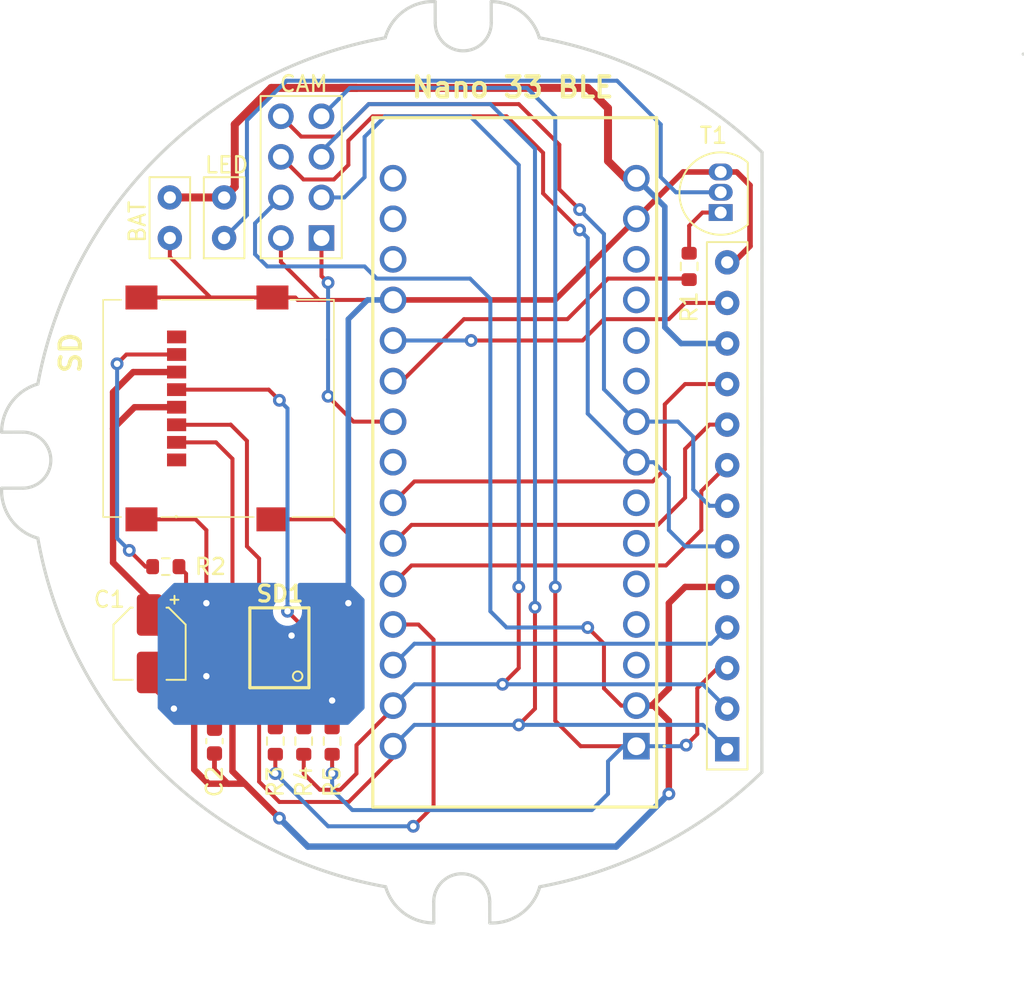
<source format=kicad_pcb>
(kicad_pcb (version 20211014) (generator pcbnew)
  (layers (0 "F.Cu" signal) (31 "B.Cu" signal) (34 "B.Paste" user) (35 "F.Paste" user) (36 "B.SilkS" user "B.Silkscreen") (37 "F.SilkS" user "F.Silkscreen") (38 "B.Mask" user) (39 "F.Mask" user) (44 "Edge.Cuts" user))
  (net 0 "")
  (net 1 "+5V")
  (net 2 "SCL")
  (net 3 "Net-(IC1-Pad2)")
  (net 4 "DI")
  (net 5 "Net-(IC1-Pad5)")
  (net 6 "CLK_SCK")
  (net 7 "CS_CD")
  (net 8 "Net-(IC1-Pad9)")
  (net 9 "MISO")
  (net 10 "Net-(IC1-Pad12)")
  (net 11 "GPS_CS")
  (net 12 "CLK")
  (net 13 "MOSI")
  (net 15 "DO")
  (net 17 "BUZZER")
  (net 18 "SD_CS")
  (net 19 "LoRa_RST")
  (net 20 "LoRa_D0")
  (net 21 "LoRa_NSS")
  (net 32 "Net-(Q2-Pad1)")
  (net 33 "LED_Lights")
  (net 34 "Cam")
  (net 35 "GND")
  (net 36 "SDA")
  (net 37 "+3.3V")
  (net 38 "CAM_CS")
  (footprint "Cansat:Arduino Nano 33 BLE" (layer "F.Cu") (at 93.721 126.05 90)
    (fp_text reference "Nano 33 BLE" (at 41.25 -7.741 180) (layer "F.SilkS") (effects (font (size 1.27 1.27) (thickness 0.254))))
    (fp_text value "Arduino Nano 33 BLE" hide)
    (fp_line (start 0 1.8) (end 0 1.8) (layer "F.SilkS") (width 0.1))
    (fp_line (start 39.35 1.27) (end -3.81 1.27) (layer "F.SilkS") (width 0.2))
    (fp_line (start -3.81 -16.5) (end 39.35 -16.5) (layer "F.SilkS") (width 0.2))
    (fp_line (start -3.81 1.27) (end -3.81 -16.5) (layer "F.SilkS") (width 0.2))
    (fp_line (start 0 1.7) (end 0 1.7) (layer "F.SilkS") (width 0.1))
    (fp_line (start 39.35 -16.5) (end 39.35 1.27) (layer "F.SilkS") (width 0.2))
    (fp_arc (start 0 1.7) (mid 0.05 1.75) (end 0 1.8) (layer "F.SilkS") (width 0.1))
    (fp_arc (start 0 1.8) (mid -0.05 1.75) (end 0 1.7) (layer "F.SilkS") (width 0.1))
    (pad "" np_thru_hole circle locked (at -2.55 0 90) (size 0.001 0.001) (drill 1.85) (layers *.Cu *.Mask))
    (pad "" np_thru_hole circle locked (at -2.55 -15.23 90) (size 0.001 0.001) (drill 1.85) (layers *.Cu *.Mask))
    (pad "" np_thru_hole circle locked (at 38.09 0 90) (size 0.001 0.001) (drill 1.85) (layers *.Cu *.Mask))
    (pad "" np_thru_hole circle locked (at 38.09 -15.235 90) (size 0.001 0.001) (drill 1.85) (layers *.Cu *.Mask))
    (pad "1" thru_hole rect locked (at 0 0 90) (size 1.665 1.665) (drill 1.11) (layers *.Cu *.Mask) (net 12 "CLK"))
    (pad "2" thru_hole circle locked (at 2.54 0 90) (size 1.665 1.665) (drill 1.11) (layers *.Cu *.Mask) (net 37 "+3.3V"))
    (pad "3" thru_hole circle locked (at 5.08 0 90) (size 1.665 1.665) (drill 1.11) (layers *.Cu *.Mask))
    (pad "4" thru_hole circle locked (at 7.62 0 90) (size 1.665 1.665) (drill 1.11) (layers *.Cu *.Mask))
    (pad "5" thru_hole circle locked (at 10.16 0 90) (size 1.665 1.665) (drill 1.11) (layers *.Cu *.Mask))
    (pad "6" thru_hole circle locked (at 12.7 0 90) (size 1.665 1.665) (drill 1.11) (layers *.Cu *.Mask))
    (pad "7" thru_hole circle locked (at 15.24 0 90) (size 1.665 1.665) (drill 1.11) (layers *.Cu *.Mask))
    (pad "8" thru_hole circle locked (at 17.78 0 90) (size 1.665 1.665) (drill 1.11) (layers *.Cu *.Mask) (net 36 "SDA"))
    (pad "9" thru_hole circle locked (at 20.32 0 90) (size 1.665 1.665) (drill 1.11) (layers *.Cu *.Mask) (net 2 "SCL"))
    (pad "10" thru_hole circle locked (at 22.86 0 90) (size 1.665 1.665) (drill 1.11) (layers *.Cu *.Mask))
    (pad "11" thru_hole circle locked (at 25.4 0 90) (size 1.665 1.665) (drill 1.11) (layers *.Cu *.Mask))
    (pad "12" thru_hole circle locked (at 27.94 0 90) (size 1.665 1.665) (drill 1.11) (layers *.Cu *.Mask))
    (pad "13" thru_hole circle locked (at 30.48 0 90) (size 1.665 1.665) (drill 1.11) (layers *.Cu *.Mask))
    (pad "14" thru_hole circle locked (at 33.02 0 90) (size 1.665 1.665) (drill 1.11) (layers *.Cu *.Mask) (net 35 "GND"))
    (pad "15" thru_hole circle locked (at 35.56 0 90) (size 1.665 1.665) (drill 1.11) (layers *.Cu *.Mask) (net 1 "+5V"))
    (pad "16" thru_hole circle locked (at 35.56 -15.23 90) (size 1.665 1.665) (drill 1.11) (layers *.Cu *.Mask))
    (pad "17" thru_hole circle locked (at 33.02 -15.23 90) (size 1.665 1.665) (drill 1.11) (layers *.Cu *.Mask))
    (pad "18" thru_hole circle locked (at 30.48 -15.23 90) (size 1.665 1.665) (drill 1.11) (layers *.Cu *.Mask))
    (pad "19" thru_hole circle locked (at 27.94 -15.23 90) (size 1.665 1.665) (drill 1.11) (layers *.Cu *.Mask) (net 35 "GND"))
    (pad "20" thru_hole circle locked (at 25.4 -15.23 90) (size 1.665 1.665) (drill 1.11) (layers *.Cu *.Mask) (net 17 "BUZZER"))
    (pad "21" thru_hole circle locked (at 22.86 -15.23 90) (size 1.665 1.665) (drill 1.11) (layers *.Cu *.Mask) (net 33 "LED_Lights"))
    (pad "22" thru_hole circle locked (at 20.32 -15.23 90) (size 1.665 1.665) (drill 1.11) (layers *.Cu *.Mask) (net 38 "CAM_CS"))
    (pad "23" thru_hole circle locked (at 17.78 -15.23 90) (size 1.665 1.665) (drill 1.11) (layers *.Cu *.Mask))
    (pad "24" thru_hole circle locked (at 15.24 -15.23 90) (size 1.665 1.665) (drill 1.11) (layers *.Cu *.Mask) (net 20 "LoRa_D0"))
    (pad "25" thru_hole circle locked (at 12.7 -15.23 90) (size 1.665 1.665) (drill 1.11) (layers *.Cu *.Mask) (net 19 "LoRa_RST"))
    (pad "26" thru_hole circle locked (at 10.16 -15.23 90) (size 1.665 1.665) (drill 1.11) (layers *.Cu *.Mask) (net 21 "LoRa_NSS"))
    (pad "27" thru_hole circle locked (at 7.62 -15.23 90) (size 1.665 1.665) (drill 1.11) (layers *.Cu *.Mask) (net 18 "SD_CS"))
    (pad "28" thru_hole circle locked (at 5.08 -15.23 90) (size 1.665 1.665) (drill 1.11) (layers *.Cu *.Mask) (net 11 "GPS_CS"))
    (pad "29" thru_hole circle locked (at 2.54 -15.23 90) (size 1.665 1.665) (drill 1.11) (layers *.Cu *.Mask) (net 13 "MOSI"))
    (pad "30" thru_hole circle locked (at 0 -15.23 90) (size 1.665 1.665) (drill 1.11) (layers *.Cu *.Mask) (net 9 "MISO"))
  )
  (footprint "Cansat:Battery_Connector" (layer "F.Cu") (at 66.643 92.964 90)
    (fp_text reference "LED" (at 3.302 1.429 unlocked) (layer "F.SilkS"))
    (fp_text value "LED Lights")
    (fp_rect (start -2.54 0) (end 2.54 2.54) (layer "F.SilkS") (width 0.12) (fill none))
    (pad "1" thru_hole circle (at -1.27 1.27 90) (size 1.524 1.524) (drill 0.762) (layers *.Cu *.Mask) (net 34 "Cam"))
    (pad "2" thru_hole circle (at 1.27 1.27 90) (size 1.524 1.524) (drill 0.762) (layers *.Cu *.Mask) (net 1 "+5V"))
  )
  (footprint "Cansat:Battery_Connector" (layer "F.Cu") (at 65.786 92.964 -90)
    (fp_text reference "BAT" (at 0.254 3.302 90 unlocked) (layer "F.SilkS"))
    (fp_text value "TP4056")
    (fp_rect (start -2.54 0) (end 2.54 2.54) (layer "F.SilkS") (width 0.12) (fill none))
    (pad "1" thru_hole circle (at -1.27 1.27 270) (size 1.524 1.524) (drill 0.762) (layers *.Cu *.Mask) (net 1 "+5V"))
    (pad "2" thru_hole circle (at 1.27 1.27 270) (size 1.524 1.524) (drill 0.762) (layers *.Cu *.Mask) (net 35 "GND"))
  )
  (footprint "Cansat:OV5642" (layer "F.Cu") (at 70.199 90.424 90)
    (fp_text reference "CAM" (at 5.842 2.699 unlocked) (layer "F.SilkS"))
    (fp_text value "OV5642")
    (fp_rect (start -5.08 0) (end 5.08 5.08) (layer "F.SilkS") (width 0.12) (fill none))
    (pad "1" thru_hole rect (at -3.81 3.81 180) (size 1.6 1.6) (drill 1) (layers *.Mask "F.Cu" "In1.Cu" "B.Cu") (net 38 "CAM_CS"))
    (pad "2" thru_hole oval (at -1.27 3.81 180) (size 1.6 1.6) (drill 1) (layers *.Mask "F.Cu" "In1.Cu" "B.Cu") (net 13 "MOSI"))
    (pad "3" thru_hole oval (at 1.27 3.81 180) (size 1.6 1.6) (drill 1) (layers *.Mask "F.Cu" "In1.Cu" "B.Cu") (net 9 "MISO"))
    (pad "4" thru_hole oval (at 3.81 3.81 180) (size 1.6 1.6) (drill 1) (layers *.Mask "F.Cu" "In1.Cu" "B.Cu") (net 12 "CLK"))
    (pad "5" thru_hole oval (at -3.81 1.27 180) (size 1.6 1.6) (drill 1) (layers *.Mask "F.Cu" "In1.Cu" "B.Cu") (net 35 "GND"))
    (pad "6" thru_hole oval (at -1.27 1.27 180) (size 1.6 1.6) (drill 1) (layers *.Mask "F.Cu" "In1.Cu" "B.Cu") (net 37 "+3.3V"))
    (pad "7" thru_hole oval (at 1.27 1.27 180) (size 1.6 1.6) (drill 1) (layers *.Mask "F.Cu" "In1.Cu" "B.Cu") (net 36 "SDA"))
    (pad "8" thru_hole oval (at 3.81 1.27 180) (size 1.6 1.6) (drill 1) (layers *.Mask "F.Cu" "In1.Cu" "B.Cu") (net 2 "SCL"))
  )
  (footprint "Resistor_SMD:R_0603_1608Metric" (layer "F.Cu") (at 97.028 96.012 -90)
    (fp_text reference "R1" (at 2.54 0 -270) (layer "F.SilkS"))
    (fp_text value "6.8kΩ")
    (fp_line (start -0.237258 -0.5225) (end 0.237258 -0.5225) (layer "F.SilkS") (width 0.12))
    (fp_line (start -0.237258 0.5225) (end 0.237258 0.5225) (layer "F.SilkS") (width 0.12))
    (pad "1" smd roundrect (at -0.825 0 270) (size 0.8 0.95) (layers "F.Cu" "F.Paste" "F.Mask") (net 32 "Net-(Q2-Pad1)"))
    (pad "2" smd roundrect (at 0.825 0 270) (size 0.8 0.95) (layers "F.Cu" "F.Paste" "F.Mask") (net 33 "LED_Lights"))
  )
  (footprint "Package_TO_SOT_THT:TO-92L_Inline" (layer "F.Cu") (at 99.002 92.64 90)
    (fp_text reference "T1" (at 4.826 -0.45) (layer "F.SilkS"))
    (fp_text value "TEMP (60-70)")
    (fp_line (start -0.75 1.7) (end 3.1 1.7) (layer "F.SilkS") (width 0.12))
    (fp_arc (start -0.75 1.7) (mid 1.183448 -2.579449) (end 3.138611 1.690122) (layer "F.SilkS") (width 0.12))
    (pad "1" thru_hole rect (at 0 0 90) (size 1.05 1.5) (drill 0.75) (layers *.Cu *.Mask) (net 32 "Net-(Q2-Pad1)"))
    (pad "2" thru_hole oval (at 1.27 0 90) (size 1.05 1.5) (drill 0.75) (layers *.Cu *.Mask) (net 34 "Cam"))
    (pad "3" thru_hole oval (at 2.54 0 90) (size 1.05 1.5) (drill 0.75) (layers *.Cu *.Mask) (net 35 "GND"))
  )
  (footprint "Resistor_SMD:R_0603_1608Metric" (layer "F.Cu") (at 74.676 125.73 -90)
    (fp_text reference "R5" (at 2.54 0 90) (layer "F.SilkS"))
    (fp_text value "3.3kΩ")
    (fp_line (start -0.237258 0.5225) (end 0.237258 0.5225) (layer "F.SilkS") (width 0.12))
    (fp_line (start -0.237258 -0.5225) (end 0.237258 -0.5225) (layer "F.SilkS") (width 0.12))
    (pad "1" smd roundrect (at -0.825 0 270) (size 0.8 0.95) (layers "F.Cu" "F.Paste" "F.Mask") (net 5 "Net-(IC1-Pad5)"))
    (pad "2" smd roundrect (at 0.825 0 270) (size 0.8 0.95) (layers "F.Cu" "F.Paste" "F.Mask") (net 12 "CLK"))
  )
  (footprint "Resistor_SMD:R_0603_1608Metric" (layer "F.Cu") (at 71.12 125.73 90)
    (fp_text reference "R3" (at -2.54 0 90) (layer "F.SilkS"))
    (fp_text value "3.3kΩ")
    (fp_line (start -0.237258 0.5225) (end 0.237258 0.5225) (layer "F.SilkS") (width 0.12))
    (fp_line (start -0.237258 -0.5225) (end 0.237258 -0.5225) (layer "F.SilkS") (width 0.12))
    (pad "1" smd roundrect (at -0.825 0 90) (size 0.8 0.95) (layers "F.Cu" "F.Paste" "F.Mask") (net 18 "SD_CS"))
    (pad "2" smd roundrect (at 0.825 0 90) (size 0.8 0.95) (layers "F.Cu" "F.Paste" "F.Mask") (net 8 "Net-(IC1-Pad9)"))
  )
  (footprint "Resistor_SMD:R_0603_1608Metric" (layer "F.Cu") (at 72.898 125.73 -90)
    (fp_text reference "R4" (at 2.54 0 90) (layer "F.SilkS"))
    (fp_text value "3.3kΩ")
    (fp_line (start -0.237258 -0.5225) (end 0.237258 -0.5225) (layer "F.SilkS") (width 0.12))
    (fp_line (start -0.237258 0.5225) (end 0.237258 0.5225) (layer "F.SilkS") (width 0.12))
    (pad "1" smd roundrect (at -0.825 0 270) (size 0.8 0.95) (layers "F.Cu" "F.Paste" "F.Mask") (net 3 "Net-(IC1-Pad2)"))
    (pad "2" smd roundrect (at 0.825 0 270) (size 0.8 0.95) (layers "F.Cu" "F.Paste" "F.Mask") (net 13 "MOSI"))
  )
  (footprint "Cansat:74LVC125APW" (layer "F.Cu") (at 71.374 119.888 180)
    (fp_text reference "SD1" (at -0.036 3.378) (layer "F.SilkS") (effects (font (thickness 0.2))))
    (fp_text value "74LVC125APW" hide)
    (fp_line (start -1.85 -2.5) (end 1.85 -2.5) (layer "F.SilkS") (width 0.2))
    (fp_line (start 1.85 2.5) (end -1.85 2.5) (layer "F.SilkS") (width 0.2))
    (fp_line (start -1.85 2.5) (end -1.85 -2.5) (layer "F.SilkS") (width 0.2))
    (fp_line (start 1.85 -2.5) (end 1.85 2.5) (layer "F.SilkS") (width 0.2))
    (fp_circle (center -1.143 -1.778) (end -0.843 -1.778) (layer "F.SilkS") (width 0.12) (fill none))
    (pad "1" smd rect (at -2.938 -1.95 270) (size 0.45 1.475) (layers "F.Cu" "F.Paste" "F.Mask") (net 35 "GND"))
    (pad "2" smd rect (at -2.938 -1.3 270) (size 0.45 1.475) (layers "F.Cu" "F.Paste" "F.Mask") (net 3 "Net-(IC1-Pad2)"))
    (pad "3" smd rect (at -2.938 -0.65 270) (size 0.45 1.475) (layers "F.Cu" "F.Paste" "F.Mask") (net 4 "DI"))
    (pad "4" smd rect (at -2.938 0 270) (size 0.45 1.475) (layers "F.Cu" "F.Paste" "F.Mask") (net 35 "GND"))
    (pad "5" smd rect (at -2.938 0.65 270) (size 0.45 1.475) (layers "F.Cu" "F.Paste" "F.Mask") (net 5 "Net-(IC1-Pad5)"))
    (pad "6" smd rect (at -2.938 1.3 270) (size 0.45 1.475) (layers "F.Cu" "F.Paste" "F.Mask") (net 6 "CLK_SCK"))
    (pad "7" smd rect (at -2.938 1.95 270) (size 0.45 1.475) (layers "F.Cu" "F.Paste" "F.Mask") (net 35 "GND"))
    (pad "8" smd rect (at 2.938 1.95 270) (size 0.45 1.475) (layers "F.Cu" "F.Paste" "F.Mask") (net 7 "CS_CD"))
    (pad "9" smd rect (at 2.938 1.3 270) (size 0.45 1.475) (layers "F.Cu" "F.Paste" "F.Mask") (net 8 "Net-(IC1-Pad9)"))
    (pad "10" smd rect (at 2.938 0.65 270) (size 0.45 1.475) (layers "F.Cu" "F.Paste" "F.Mask") (net 35 "GND"))
    (pad "11" smd rect (at 2.938 0 270) (size 0.45 1.475) (layers "F.Cu" "F.Paste" "F.Mask") (net 9 "MISO"))
    (pad "12" smd rect (at 2.938 -0.65 270) (size 0.45 1.475) (layers "F.Cu" "F.Paste" "F.Mask") (net 10 "Net-(IC1-Pad12)"))
    (pad "13" smd rect (at 2.938 -1.3 270) (size 0.45 1.475) (layers "F.Cu" "F.Paste" "F.Mask") (net 35 "GND"))
    (pad "14" smd rect (at 2.938 -1.95 270) (size 0.45 1.475) (layers "F.Cu" "F.Paste" "F.Mask") (net 37 "+3.3V"))
  )
  (footprint "Resistor_SMD:R_0603_1608Metric" (layer "F.Cu") (at 64.262 114.808)
    (fp_text reference "R2" (at 2.794 0) (layer "F.SilkS"))
    (fp_text value "3.3kΩ")
    (fp_line (start -0.237258 0.5225) (end 0.237258 0.5225) (layer "F.SilkS") (width 0.12))
    (fp_line (start -0.237258 -0.5225) (end 0.237258 -0.5225) (layer "F.SilkS") (width 0.12))
    (pad "1" smd roundrect (at -0.825 0) (size 0.8 0.95) (layers "F.Cu" "F.Paste" "F.Mask") (net 15 "DO"))
    (pad "2" smd roundrect (at 0.825 0) (size 0.8 0.95) (layers "F.Cu" "F.Paste" "F.Mask") (net 10 "Net-(IC1-Pad12)"))
  )
  (footprint "Capacitor_SMD:C_0603_1608Metric" (layer "F.Cu") (at 67.31 125.73 90)
    (fp_text reference "C2" (at -2.54 0 90) (layer "F.SilkS"))
    (fp_text value "0.1μF")
    (fp_line (start -0.14058 -0.51) (end 0.14058 -0.51) (layer "F.SilkS") (width 0.12))
    (fp_line (start -0.14058 0.51) (end 0.14058 0.51) (layer "F.SilkS") (width 0.12))
    (pad "1" smd roundrect (at -0.775 0 90) (size 0.9 0.95) (layers "F.Cu" "F.Paste" "F.Mask") (net 37 "+3.3V"))
    (pad "2" smd roundrect (at 0.775 0 90) (size 0.9 0.95) (layers "F.Cu" "F.Paste" "F.Mask") (net 35 "GND"))
  )
  (footprint "Cansat:MEM2067-02-180-00-A" (layer "F.Cu") (at 62.739 104.902 -90)
    (fp_text reference "SD" (at -3.482 4.429 90) (layer "F.SilkS") (effects (font (size 1.27 1.27) (thickness 0.254))))
    (fp_text value "MEM2067-02-180-00-A" hide)
    (fp_line (start -6.8 -9.325) (end -6.8 -12.05) (layer "F.SilkS") (width 0.1))
    (fp_line (start -6.8 2.4) (end 6.8 2.4) (layer "F.SilkS") (width 0.1))
    (fp_line (start 6.8 2.4) (end 6.8 1.275) (layer "F.SilkS") (width 0.1))
    (fp_line (start 6.775 -2.125) (end 6.775 -2.125) (layer "F.SilkS") (width 0.1))
    (fp_line (start -6.8 1.275) (end -6.8 2.4) (layer "F.SilkS") (width 0.1))
    (fp_line (start 6.775 -2.225) (end 6.775 -2.225) (layer "F.SilkS") (width 0.1))
    (fp_line (start -6.8 -12.05) (end 6.8 -12.05) (layer "F.SilkS") (width 0.1))
    (fp_line (start -6.8 -7.025) (end -6.8 -1.225) (layer "F.SilkS") (width 0.1))
    (fp_line (start 6.8 -7.025) (end 6.8 -1.225) (layer "F.SilkS") (width 0.1))
    (fp_line (start 6.8 -12.05) (end 6.8 -9.425) (layer "F.SilkS") (width 0.1))
    (fp_arc (start 6.775 -2.125) (mid 6.725 -2.175) (end 6.775 -2.225) (layer "F.SilkS") (width 0.1))
    (fp_arc (start 6.775 -2.225) (mid 6.825 -2.175) (end 6.775 -2.125) (layer "F.SilkS") (width 0.1))
    (pad "MP1" smd rect (at -6.945 0 270) (size 1.5 2) (layers "F.Cu" "F.Paste" "F.Mask") (net 35 "GND"))
    (pad "MP2" smd rect (at 6.945 0 270) (size 1.5 2) (layers "F.Cu" "F.Paste" "F.Mask") (net 35 "GND"))
    (pad "MP3" smd rect (at 6.945 -8.2 270) (size 1.5 2) (layers "F.Cu" "F.Paste" "F.Mask") (net 35 "GND"))
    (pad "MP4" smd rect (at -6.945 -8.2 270) (size 1.5 2) (layers "F.Cu" "F.Paste" "F.Mask") (net 35 "GND"))
    (pad "P1" smd rect (at 3.225 -2.2 270) (size 0.8 1.2) (layers "F.Cu" "F.Paste" "F.Mask"))
    (pad "P2" smd rect (at 2.125 -2.2 270) (size 0.8 1.2) (layers "F.Cu" "F.Paste" "F.Mask") (net 7 "CS_CD"))
    (pad "P3" smd rect (at 1.025 -2.2 270) (size 0.8 1.2) (layers "F.Cu" "F.Paste" "F.Mask") (net 4 "DI"))
    (pad "P4" smd rect (at -0.075 -2.2 270) (size 0.8 1.2) (layers "F.Cu" "F.Paste" "F.Mask") (net 37 "+3.3V"))
    (pad "P5" smd rect (at -1.175 -2.2 270) (size 0.8 1.2) (layers "F.Cu" "F.Paste" "F.Mask") (net 6 "CLK_SCK"))
    (pad "P6" smd rect (at -2.275 -2.2 270) (size 0.8 1.2) (layers "F.Cu" "F.Paste" "F.Mask") (net 37 "+3.3V"))
    (pad "P7" smd rect (at -3.375 -2.2 270) (size 0.8 1.2) (layers "F.Cu" "F.Paste" "F.Mask") (net 15 "DO"))
    (pad "P8" smd rect (at -4.475 -2.2 270) (size 0.8 1.2) (layers "F.Cu" "F.Paste" "F.Mask"))
  )
  (footprint "Cansat:Board_Connector" (layer "F.Cu") (at 98.139 124.968 90)
    (fp_text reference "REF**" hide)
    (fp_text value "Board_Connector")
    (fp_rect (start -2.54 0) (end 30.48 2.54) (layer "F.SilkS") (width 0.12) (fill none))
    (pad "1" thru_hole rect (at -1.27 1.27 90) (size 1.524 1.524) (drill 0.762) (layers *.Cu *.Mask) (net 9 "MISO"))
    (pad "2" thru_hole circle (at 1.27 1.27 90) (size 1.524 1.524) (drill 0.762) (layers *.Cu *.Mask) (net 13 "MOSI"))
    (pad "3" thru_hole circle (at 3.81 1.27 90) (size 1.524 1.524) (drill 0.762) (layers *.Cu *.Mask) (net 12 "CLK"))
    (pad "4" thru_hole circle (at 6.35 1.27 90) (size 1.524 1.524) (drill 0.762) (layers *.Cu *.Mask) (net 11 "GPS_CS"))
    (pad "5" thru_hole circle (at 8.89 1.27 90) (size 1.524 1.524) (drill 0.762) (layers *.Cu *.Mask) (net 37 "+3.3V"))
    (pad "6" thru_hole circle (at 11.43 1.27 90) (size 1.524 1.524) (drill 0.762) (layers *.Cu *.Mask) (net 36 "SDA"))
    (pad "7" thru_hole circle (at 13.97 1.27 90) (size 1.524 1.524) (drill 0.762) (layers *.Cu *.Mask) (net 2 "SCL"))
    (pad "8" thru_hole circle (at 16.51 1.27 90) (size 1.524 1.524) (drill 0.762) (layers *.Cu *.Mask) (net 21 "LoRa_NSS"))
    (pad "9" thru_hole circle (at 19.05 1.27 90) (size 1.524 1.524) (drill 0.762) (layers *.Cu *.Mask) (net 19 "LoRa_RST"))
    (pad "10" thru_hole circle (at 21.59 1.27 90) (size 1.524 1.524) (drill 0.762) (layers *.Cu *.Mask) (net 20 "LoRa_D0"))
    (pad "11" thru_hole circle (at 24.13 1.27 90) (size 1.524 1.524) (drill 0.762) (layers *.Cu *.Mask) (net 1 "+5V"))
    (pad "12" thru_hole circle (at 26.67 1.27 90) (size 1.524 1.524) (drill 0.762) (layers *.Cu *.Mask) (net 17 "BUZZER"))
    (pad "13" thru_hole circle (at 29.21 1.27 90) (size 1.524 1.524) (drill 0.762) (layers *.Cu *.Mask) (net 35 "GND"))
  )
  (footprint "Capacitor_SMD:CP_Elec_4x4.5" (layer "F.Cu") (at 63.246 119.634 -90)
    (fp_text reference "C1" (at -2.774 2.516 180) (layer "F.SilkS"))
    (fp_text value "4.7μF")
    (fp_line (start -1.195563 -2.26) (end 2.26 -2.26) (layer "F.SilkS") (width 0.12))
    (fp_line (start -2.26 -1.195563) (end -2.26 -1.06) (layer "F.SilkS") (width 0.12))
    (fp_line (start -3 -1.56) (end -2.5 -1.56) (layer "F.SilkS") (width 0.12))
    (fp_line (start -2.75 -1.81) (end -2.75 -1.31) (layer "F.SilkS") (width 0.12))
    (fp_line (start 2.26 -2.26) (end 2.26 -1.06) (layer "F.SilkS") (width 0.12))
    (fp_line (start 2.26 2.26) (end 2.26 1.06) (layer "F.SilkS") (width 0.12))
    (fp_line (start -2.26 -1.195563) (end -1.195563 -2.26) (layer "F.SilkS") (width 0.12))
    (fp_line (start -2.26 1.195563) (end -1.195563 2.26) (layer "F.SilkS") (width 0.12))
    (fp_line (start -1.195563 2.26) (end 2.26 2.26) (layer "F.SilkS") (width 0.12))
    (fp_line (start -2.26 1.195563) (end -2.26 1.06) (layer "F.SilkS") (width 0.12))
    (pad "1" smd roundrect (at -1.8 0 270) (size 2.6 1.6) (layers "F.Cu" "F.Paste" "F.Mask") (roundrect_rratio 0.15625) (net 37 "+3.3V"))
    (pad "2" smd roundrect (at 1.8 0 270) (size 2.6 1.6) (layers "F.Cu" "F.Paste" "F.Mask") (roundrect_rratio 0.15625) (net 35 "GND"))
  )
  (gr_arc (start 77.999996 81.699992) (mid 79.167368 80.020468) (end 81.127353 79.435642) (layer "Edge.Cuts") (width 0.2))
  (gr_line (start 84.638803 80.759991) (end 84.634983 79.435642) (layer "Edge.Cuts") (width 0.2))
  (gr_line (start 81.036189 135.789993) (end 81.040009 137.114342) (layer "Edge.Cuts") (width 0.2))
  (gr_arc (start 117.942189 82.719993) (mid 117.942189 82.719993) (end 117.942189 82.719993) (layer "Edge.Cuts") (width 0.1))
  (gr_arc (start 87.649996 81.699993) (mid 95.152268 84.250008) (end 101.592161 88.866764) (layer "Edge.Cuts") (width 0.2))
  (gr_arc (start 87.674996 134.849992) (mid 86.507624 136.529516) (end 84.547639 137.114342) (layer "Edge.Cuts") (width 0.2))
  (gr_arc (start 53.985646 106.390005) (mid 54.613749 104.503927) (end 56.249997 103.374992) (layer "Edge.Cuts") (width 0.2))
  (gr_arc (start 55.309995 106.386185) (mid 57.063815 108.14) (end 55.309995 109.893815) (layer "Edge.Cuts") (width 0.2))
  (gr_arc (start 78.024996 134.849991) (mid 63.709605 127.357529) (end 56.249996 113.024992) (layer "Edge.Cuts") (width 0.2))
  (gr_line (start 55.309995 109.893815) (end 53.985646 109.897635) (layer "Edge.Cuts") (width 0.2))
  (gr_arc (start 84.634983 79.435642) (mid 86.521061 80.063745) (end 87.649996 81.699993) (layer "Edge.Cuts") (width 0.2))
  (gr_arc (start 56.249996 113.024992) (mid 54.57047 111.85762) (end 53.985646 109.897635) (layer "Edge.Cuts") (width 0.2))
  (gr_line (start 55.309995 106.386185) (end 53.985646 106.390005) (layer "Edge.Cuts") (width 0.2))
  (gr_arc (start 81.040009 137.114342) (mid 79.153931 136.486239) (end 78.024996 134.849991) (layer "Edge.Cuts") (width 0.2))
  (gr_arc (start 84.638803 80.759991) (mid 82.884988 82.513811) (end 81.131173 80.759991) (layer "Edge.Cuts") (width 0.2))
  (gr_arc (start 81.036189 135.789993) (mid 82.790004 134.036173) (end 84.543819 135.789993) (layer "Edge.Cuts") (width 0.2))
  (gr_line (start 101.592161 88.866764) (end 101.579996 127.679992) (layer "Edge.Cuts") (width 0.2))
  (gr_line (start 81.131173 80.759991) (end 81.127353 79.435642) (layer "Edge.Cuts") (width 0.2))
  (gr_line (start 84.543819 135.789993) (end 84.547639 137.114342) (layer "Edge.Cuts") (width 0.2))
  (gr_arc (start 101.579996 127.679992) (mid 95.156635 132.291168) (end 87.674996 134.849992) (layer "Edge.Cuts") (width 0.2))
  (gr_arc (start 56.249996 103.374992) (mid 63.746193 89.146998) (end 77.999996 81.699992) (layer "Edge.Cuts") (width 0.2))
  (segment (start 91.948 86.106) (end 91.948 89.408) (width 0.5) (layer "F.Cu") (net 1))
  (segment (start 90.678 84.836) (end 91.948 86.106) (width 0.5) (layer "F.Cu") (net 1))
  (segment (start 76.2 84.836) (end 90.678 84.836) (width 0.5) (layer "F.Cu") (net 1))
  (segment (start 64.516 91.694) (end 67.913 91.694) (width 0.5) (layer "F.Cu") (net 1))
  (segment (start 91.948 89.408) (end 93.03 90.49) (width 0.5) (layer "F.Cu") (net 1))
  (segment (start 70.866 84.836) (end 76.2 84.836) (width 0.5) (layer "F.Cu") (net 1))
  (segment (start 68.58 91.027) (end 68.58 87.122) (width 0.5) (layer "F.Cu") (net 1))
  (segment (start 68.58 87.122) (end 70.866 84.836) (width 0.5) (layer "F.Cu") (net 1))
  (segment (start 93.03 90.49) (end 93.721 90.49) (width 0.5) (layer "F.Cu") (net 1))
  (segment (start 67.913 91.694) (end 68.58 91.027) (width 0.5) (layer "F.Cu") (net 1))
  (segment (start 75.184 84.836) (end 76.2 84.836) (width 0.5) (layer "F.Cu") (net 1))
  (segment (start 95.504 99.822) (end 95.504 92.273) (width 0.35) (layer "B.Cu") (net 1))
  (segment (start 95.504 92.273) (end 93.721 90.49) (width 0.35) (layer "B.Cu") (net 1))
  (segment (start 99.409 100.838) (end 96.52 100.838) (width 0.35) (layer "B.Cu") (net 1))
  (segment (start 96.52 100.838) (end 95.504 99.822) (width 0.35) (layer "B.Cu") (net 1))
  (segment (start 74.93 87.884) (end 72.739 87.884) (width 0.25) (layer "F.Cu") (net 2))
  (segment (start 88.9 91.186) (end 88.9 88.392) (width 0.25) (layer "F.Cu") (net 2))
  (segment (start 76.962 85.852) (end 74.93 87.884) (width 0.25) (layer "F.Cu") (net 2))
  (segment (start 90.17 92.456) (end 88.9 91.186) (width 0.25) (layer "F.Cu") (net 2))
  (segment (start 88.9 88.392) (end 86.36 85.852) (width 0.25) (layer "F.Cu") (net 2))
  (segment (start 72.739 87.884) (end 71.469 86.614) (width 0.25) (layer "F.Cu") (net 2))
  (segment (start 86.36 85.852) (end 76.962 85.852) (width 0.25) (layer "F.Cu") (net 2))
  (via (at 90.17 92.456) (size 0.8) (drill 0.4) (layers "F.Cu" "B.Cu") (net 2))
  (segment (start 98.298 110.998) (end 97.282 109.982) (width 0.25) (layer "B.Cu") (net 2))
  (segment (start 93.721 106.431) (end 93.721 105.73) (width 0.25) (layer "B.Cu") (net 2))
  (segment (start 90.17 92.456) (end 91.694 93.98) (width 0.25) (layer "B.Cu") (net 2))
  (segment (start 99.409 110.998) (end 98.298 110.998) (width 0.25) (layer "B.Cu") (net 2))
  (segment (start 97.282 109.982) (end 97.282 106.68) (width 0.25) (layer "B.Cu") (net 2))
  (segment (start 97.282 106.68) (end 96.332 105.73) (width 0.25) (layer "B.Cu") (net 2))
  (segment (start 91.694 103.703) (end 93.721 105.73) (width 0.25) (layer "B.Cu") (net 2))
  (segment (start 96.332 105.73) (end 93.721 105.73) (width 0.25) (layer "B.Cu") (net 2))
  (segment (start 91.694 93.98) (end 91.694 103.703) (width 0.25) (layer "B.Cu") (net 2))
  (segment (start 72.898 121.6395) (end 72.898 124.905) (width 0.25) (layer "F.Cu") (net 3))
  (segment (start 74.312 121.188) (end 73.3495 121.188) (width 0.25) (layer "F.Cu") (net 3))
  (segment (start 73.3495 121.188) (end 72.898 121.6395) (width 0.25) (layer "F.Cu") (net 3))
  (segment (start 69.342 113.538) (end 69.342 106.934) (width 0.25) (layer "F.Cu") (net 4))
  (segment (start 70.104 114.3) (end 69.342 113.538) (width 0.25) (layer "F.Cu") (net 4))
  (segment (start 70.104 118.491) (end 70.104 114.3) (width 0.25) (layer "F.Cu") (net 4))
  (segment (start 68.326 105.918) (end 68.317 105.927) (width 0.25) (layer "F.Cu") (net 4))
  (segment (start 72.151 120.538) (end 70.104 118.491) (width 0.25) (layer "F.Cu") (net 4))
  (segment (start 69.342 106.934) (end 68.326 105.918) (width 0.25) (layer "F.Cu") (net 4))
  (segment (start 68.317 105.927) (end 64.939 105.927) (width 0.25) (layer "F.Cu") (net 4))
  (segment (start 74.312 120.538) (end 72.151 120.538) (width 0.25) (layer "F.Cu") (net 4))
  (segment (start 74.312 119.238) (end 75.296 119.238) (width 0.25) (layer "F.Cu") (net 5))
  (segment (start 75.692 119.634) (end 75.692 123.698) (width 0.25) (layer "F.Cu") (net 5))
  (segment (start 74.676 124.714) (end 74.676 124.905) (width 0.25) (layer "F.Cu") (net 5))
  (segment (start 75.692 123.698) (end 74.676 124.714) (width 0.25) (layer "F.Cu") (net 5))
  (segment (start 75.296 119.238) (end 75.692 119.634) (width 0.25) (layer "F.Cu") (net 5))
  (segment (start 71.882 117.602) (end 72.868 118.588) (width 0.25) (layer "F.Cu") (net 6))
  (segment (start 70.707 103.727) (end 64.939 103.727) (width 0.25) (layer "F.Cu") (net 6))
  (segment (start 71.374 104.394) (end 70.707 103.727) (width 0.25) (layer "F.Cu") (net 6))
  (segment (start 72.868 118.588) (end 74.312 118.588) (width 0.25) (layer "F.Cu") (net 6))
  (via (at 71.882 117.602) (size 0.8) (drill 0.4) (layers "F.Cu" "B.Cu") (net 6))
  (via (at 71.374 104.394) (size 0.8) (drill 0.4) (layers "F.Cu" "B.Cu") (net 6))
  (segment (start 71.882 104.902) (end 71.882 117.602) (width 0.25) (layer "B.Cu") (net 6))
  (segment (start 71.374 104.394) (end 71.882 104.902) (width 0.25) (layer "B.Cu") (net 6))
  (segment (start 68.436 108.06) (end 67.403 107.027) (width 0.25) (layer "F.Cu") (net 7))
  (segment (start 68.436 117.938) (end 68.436 108.06) (width 0.25) (layer "F.Cu") (net 7))
  (segment (start 67.403 107.027) (end 64.939 107.027) (width 0.25) (layer "F.Cu") (net 7))
  (segment (start 69.312 118.588) (end 71.12 120.396) (width 0.25) (layer "F.Cu") (net 8))
  (segment (start 68.436 118.588) (end 69.312 118.588) (width 0.25) (layer "F.Cu") (net 8))
  (segment (start 71.12 120.396) (end 71.12 124.905) (width 0.25) (layer "F.Cu") (net 8))
  (segment (start 71.374 129.54) (end 75.71252 129.54) (width 0.25) (layer "F.Cu") (net 9))
  (segment (start 75.71252 129.54) (end 78.491 126.76152) (width 0.25) (layer "F.Cu") (net 9))
  (segment (start 70.104 120.65) (end 70.104 128.27) (width 0.25) (layer "F.Cu") (net 9))
  (segment (start 87.376 123.698) (end 86.36 124.714) (width 0.25) (layer "F.Cu") (net 9))
  (segment (start 70.104 128.27) (end 71.374 129.54) (width 0.25) (layer "F.Cu") (net 9))
  (segment (start 69.342 119.888) (end 70.104 120.65) (width 0.25) (layer "F.Cu") (net 9))
  (segment (start 68.436 119.888) (end 69.342 119.888) (width 0.25) (layer "F.Cu") (net 9))
  (segment (start 78.491 126.76152) (end 78.491 126.05) (width 0.25) (layer "F.Cu") (net 9))
  (segment (start 87.376 117.348) (end 87.376 123.698) (width 0.25) (layer "F.Cu") (net 9))
  (via (at 87.376 117.348) (size 0.8) (drill 0.4) (layers "F.Cu" "B.Cu") (net 9))
  (via (at 86.36 124.714) (size 0.8) (drill 0.4) (layers "F.Cu" "B.Cu") (net 9))
  (segment (start 79.827 124.714) (end 78.491 126.05) (width 0.25) (layer "B.Cu") (net 9))
  (segment (start 99.409 126.238) (end 97.885 124.714) (width 0.25) (layer "B.Cu") (net 9))
  (segment (start 74.009 88.805) (end 74.009 89.154) (width 0.25) (layer "B.Cu") (net 9))
  (segment (start 76.962 85.852) (end 74.009 88.805) (width 0.25) (layer "B.Cu") (net 9))
  (segment (start 84.582 85.852) (end 76.962 85.852) (width 0.25) (layer "B.Cu") (net 9))
  (segment (start 87.376 117.348) (end 87.376 88.646) (width 0.25) (layer "B.Cu") (net 9))
  (segment (start 97.885 124.714) (end 79.827 124.714) (width 0.25) (layer "B.Cu") (net 9))
  (segment (start 87.376 88.646) (end 84.582 85.852) (width 0.25) (layer "B.Cu") (net 9))
  (segment (start 65.532 119.126) (end 65.532 115.253) (width 0.25) (layer "F.Cu") (net 10))
  (segment (start 66.944 120.538) (end 65.532 119.126) (width 0.25) (layer "F.Cu") (net 10))
  (segment (start 65.532 115.253) (end 65.087 114.808) (width 0.25) (layer "F.Cu") (net 10))
  (segment (start 68.436 120.538) (end 66.944 120.538) (width 0.25) (layer "F.Cu") (net 10))
  (segment (start 79.827 119.634) (end 98.393 119.634) (width 0.25) (layer "B.Cu") (net 11))
  (segment (start 78.491 120.97) (end 79.827 119.634) (width 0.25) (layer "B.Cu") (net 11))
  (segment (start 98.393 119.634) (end 99.409 118.618) (width 0.25) (layer "B.Cu") (net 11))
  (segment (start 88.646 124.46) (end 90.236 126.05) (width 0.25) (layer "F.Cu") (net 12))
  (segment (start 98.806 121.158) (end 99.409 121.158) (width 0.25) (layer "F.Cu") (net 12))
  (segment (start 74.676 126.555) (end 74.676 127.762) (width 0.25) (layer "F.Cu") (net 12))
  (segment (start 97.536 125.288) (end 97.536 122.428) (width 0.25) (layer "F.Cu") (net 12))
  (segment (start 97.536 122.428) (end 98.806 121.158) (width 0.25) (layer "F.Cu") (net 12))
  (segment (start 88.646 116.078) (end 88.646 124.46) (width 0.25) (layer "F.Cu") (net 12))
  (segment (start 96.84 125.984) (end 97.536 125.288) (width 0.25) (layer "F.Cu") (net 12))
  (segment (start 90.236 126.05) (end 93.721 126.05) (width 0.25) (layer "F.Cu") (net 12))
  (segment (start 74.867 126.555) (end 74.676 126.555) (width 0.25) (layer "F.Cu") (net 12))
  (via (at 96.84 125.984) (size 0.8) (drill 0.4) (layers "F.Cu" "B.Cu") (net 12))
  (via (at 74.676 127.762) (size 0.8) (drill 0.4) (layers "F.Cu" "B.Cu") (net 12))
  (via (at 88.646 116.078) (size 0.8) (drill 0.4) (layers "F.Cu" "B.Cu") (net 12))
  (segment (start 86.868 84.836) (end 75.787 84.836) (width 0.25) (layer "B.Cu") (net 12))
  (segment (start 74.676 127.762) (end 74.676 128.778) (width 0.25) (layer "B.Cu") (net 12))
  (segment (start 74.676 128.778) (end 75.946 130.048) (width 0.25) (layer "B.Cu") (net 12))
  (segment (start 92.898 126.05) (end 93.721 126.05) (width 0.25) (layer "B.Cu") (net 12))
  (segment (start 90.932 130.048) (end 91.948 129.032) (width 0.25) (layer "B.Cu") (net 12))
  (segment (start 91.948 129.032) (end 91.948 127) (width 0.25) (layer "B.Cu") (net 12))
  (segment (start 96.84 125.984) (end 96.774 126.05) (width 0.25) (layer "B.Cu") (net 12))
  (segment (start 91.948 127) (end 92.898 126.05) (width 0.25) (layer "B.Cu") (net 12))
  (segment (start 75.787 84.836) (end 74.009 86.614) (width 0.25) (layer "B.Cu") (net 12))
  (segment (start 75.946 130.048) (end 90.932 130.048) (width 0.25) (layer "B.Cu") (net 12))
  (segment (start 96.774 126.05) (end 93.721 126.05) (width 0.25) (layer "B.Cu") (net 12))
  (segment (start 88.646 86.614) (end 86.868 84.836) (width 0.25) (layer "B.Cu") (net 12))
  (segment (start 88.646 116.078) (end 88.646 86.614) (width 0.25) (layer "B.Cu") (net 12))
  (segment (start 86.36 121.158) (end 85.344 122.174) (width 0.25) (layer "F.Cu") (net 13))
  (segment (start 75.184 128.778) (end 76.2 127.762) (width 0.25) (layer "F.Cu") (net 13))
  (segment (start 76.2 125.984) (end 78.491 123.693) (width 0.25) (layer "F.Cu") (net 13))
  (segment (start 76.2 127.762) (end 76.2 125.984) (width 0.25) (layer "F.Cu") (net 13))
  (segment (start 72.898 127.762) (end 73.914 128.778) (width 0.25) (layer "F.Cu") (net 13))
  (segment (start 73.914 128.778) (end 75.184 128.778) (width 0.25) (layer "F.Cu") (net 13))
  (segment (start 78.491 123.693) (end 78.491 123.51) (width 0.25) (layer "F.Cu") (net 13))
  (segment (start 72.898 126.555) (end 72.898 127.762) (width 0.25) (layer "F.Cu") (net 13))
  (segment (start 86.36 116.078) (end 86.36 121.158) (width 0.25) (layer "F.Cu") (net 13))
  (via (at 86.36 116.078) (size 0.8) (drill 0.4) (layers "F.Cu" "B.Cu") (net 13))
  (via (at 85.344 122.174) (size 0.8) (drill 0.4) (layers "F.Cu" "B.Cu") (net 13))
  (segment (start 75.438 91.694) (end 76.708 90.424) (width 0.25) (layer "B.Cu") (net 13))
  (segment (start 77.978 86.62952) (end 77.978 86.614) (width 0.25) (layer "B.Cu") (net 13))
  (segment (start 83.312 86.614) (end 86.36 89.662) (width 0.25) (layer "B.Cu") (net 13))
  (segment (start 97.885 122.174) (end 99.409 123.698) (width 0.25) (layer "B.Cu") (net 13))
  (segment (start 77.978 86.614) (end 83.312 86.614) (width 0.25) (layer "B.Cu") (net 13))
  (segment (start 76.708 87.89952) (end 77.978 86.62952) (width 0.25) (layer "B.Cu") (net 13))
  (segment (start 74.009 91.694) (end 75.438 91.694) (width 0.25) (layer "B.Cu") (net 13))
  (segment (start 79.827 122.174) (end 97.885 122.174) (width 0.25) (layer "B.Cu") (net 13))
  (segment (start 76.708 90.424) (end 76.708 87.89952) (width 0.25) (layer "B.Cu") (net 13))
  (segment (start 86.36 89.662) (end 86.36 116.078) (width 0.25) (layer "B.Cu") (net 13))
  (segment (start 78.491 123.51) (end 79.827 122.174) (width 0.25) (layer "B.Cu") (net 13))
  (segment (start 61.214 102.108) (end 61.795 101.527) (width 0.25) (layer "F.Cu") (net 15))
  (segment (start 63.437 114.808) (end 62.992 114.808) (width 0.25) (layer "F.Cu") (net 15))
  (segment (start 62.992 114.808) (end 61.976 113.792) (width 0.25) (layer "F.Cu") (net 15))
  (segment (start 61.795 101.527) (end 64.939 101.527) (width 0.25) (layer "F.Cu") (net 15))
  (segment (start 63.5 114.808) (end 63.691 114.808) (width 0.25) (layer "F.Cu") (net 15))
  (via (at 61.214 102.108) (size 0.8) (drill 0.4) (layers "F.Cu" "B.Cu") (net 15))
  (via (at 61.976 113.792) (size 0.8) (drill 0.4) (layers "F.Cu" "B.Cu") (net 15))
  (segment (start 61.976 113.792) (end 61.214 113.03) (width 0.25) (layer "B.Cu") (net 15))
  (segment (start 61.214 113.03) (end 61.214 102.108) (width 0.25) (layer "B.Cu") (net 15))
  (segment (start 83.378 100.65) (end 90.358 100.65) (width 0.25) (layer "F.Cu") (net 17))
  (segment (start 91.694 99.314) (end 95.758 99.314) (width 0.25) (layer "F.Cu") (net 17))
  (segment (start 95.758 99.314) (end 96.774 98.298) (width 0.25) (layer "F.Cu") (net 17))
  (segment (start 90.358 100.65) (end 91.694 99.314) (width 0.25) (layer "F.Cu") (net 17))
  (segment (start 96.774 98.298) (end 99.409 98.298) (width 0.25) (layer "F.Cu") (net 17))
  (via (at 83.378 100.65) (size 0.8) (drill 0.4) (layers "F.Cu" "B.Cu") (net 17))
  (segment (start 83.378 100.65) (end 78.491 100.65) (width 0.25) (layer "B.Cu") (net 17))
  (segment (start 71.12 127.762) (end 71.12 126.555) (width 0.25) (layer "F.Cu") (net 18))
  (segment (start 79.756 131.064) (end 81.026 129.794) (width 0.25) (layer "F.Cu") (net 18))
  (segment (start 81.026 129.794) (end 81.026 119.38) (width 0.25) (layer "F.Cu") (net 18))
  (segment (start 81.026 119.38) (end 80.076 118.43) (width 0.25) (layer "F.Cu") (net 18))
  (segment (start 80.076 118.43) (end 78.491 118.43) (width 0.25) (layer "F.Cu") (net 18))
  (via (at 79.756 131.064) (size 0.8) (drill 0.4) (layers "F.Cu" "B.Cu") (net 18))
  (via (at 71.12 127.762) (size 0.8) (drill 0.4) (layers "F.Cu" "B.Cu") (net 18))
  (segment (start 74.422 131.064) (end 71.12 127.762) (width 0.25) (layer "B.Cu") (net 18))
  (segment (start 79.756 131.064) (end 74.422 131.064) (width 0.25) (layer "B.Cu") (net 18))
  (segment (start 96.774 107.442) (end 96.774 110.49) (width 0.25) (layer "F.Cu") (net 19))
  (segment (start 95.0715 112.1925) (end 79.6485 112.1925) (width 0.25) (layer "F.Cu") (net 19))
  (segment (start 96.774 110.49) (end 95.0715 112.1925) (width 0.25) (layer "F.Cu") (net 19))
  (segment (start 99.409 105.918) (end 98.298 105.918) (width 0.25) (layer "F.Cu") (net 19))
  (segment (start 98.298 105.918) (end 96.774 107.442) (width 0.25) (layer "F.Cu") (net 19))
  (segment (start 79.6485 112.1925) (end 78.491 113.35) (width 0.25) (layer "F.Cu") (net 19))
  (segment (start 96.774 103.378) (end 95.504 104.648) (width 0.25) (layer "F.Cu") (net 20))
  (segment (start 99.409 103.378) (end 96.774 103.378) (width 0.25) (layer "F.Cu") (net 20))
  (segment (start 95.504 108.712) (end 94.742 109.474) (width 0.25) (layer "F.Cu") (net 20))
  (segment (start 95.504 104.648) (end 95.504 108.712) (width 0.25) (layer "F.Cu") (net 20))
  (segment (start 94.742 109.474) (end 79.827 109.474) (width 0.25) (layer "F.Cu") (net 20))
  (segment (start 79.827 109.474) (end 78.491 110.81) (width 0.25) (layer "F.Cu") (net 20))
  (segment (start 79.6485 114.7325) (end 78.491 115.89) (width 0.25) (layer "F.Cu") (net 21))
  (segment (start 97.79 110.077) (end 97.79 112.522) (width 0.25) (layer "F.Cu") (net 21))
  (segment (start 97.79 112.522) (end 95.5795 114.7325) (width 0.25) (layer "F.Cu") (net 21))
  (segment (start 99.409 108.458) (end 97.79 110.077) (width 0.25) (layer "F.Cu") (net 21))
  (segment (start 95.5795 114.7325) (end 79.6485 114.7325) (width 0.25) (layer "F.Cu") (net 21))
  (segment (start 97.86 92.64) (end 97.028 93.472) (width 0.25) (layer "F.Cu") (net 32))
  (segment (start 97.028 93.472) (end 97.028 95.187) (width 0.25) (layer "F.Cu") (net 32))
  (segment (start 99.002 92.64) (end 97.86 92.64) (width 0.25) (layer "F.Cu") (net 32))
  (segment (start 89.408 99.314) (end 82.931 99.314) (width 0.25) (layer "F.Cu") (net 33))
  (segment (start 97.028 96.837) (end 96.965 96.774) (width 0.25) (layer "F.Cu") (net 33))
  (segment (start 91.948 96.774) (end 89.408 99.314) (width 0.25) (layer "F.Cu") (net 33))
  (segment (start 82.931 99.314) (end 79.055 103.19) (width 0.25) (layer "F.Cu") (net 33))
  (segment (start 96.965 96.774) (end 91.948 96.774) (width 0.25) (layer "F.Cu") (net 33))
  (segment (start 79.055 103.19) (end 78.491 103.19) (width 0.25) (layer "F.Cu") (net 33))
  (segment (start 71.824 84.386) (end 92.514 84.386) (width 0.25) (layer "B.Cu") (net 34))
  (segment (start 92.514 84.386) (end 95.25 87.122) (width 0.25) (layer "B.Cu") (net 34))
  (segment (start 95.25 87.122) (end 95.25 90.424) (width 0.25) (layer "B.Cu") (net 34))
  (segment (start 67.913 94.234) (end 69.342 92.805) (width 0.25) (layer "B.Cu") (net 34))
  (segment (start 96.196 91.37) (end 99.002 91.37) (width 0.25) (layer "B.Cu") (net 34))
  (segment (start 69.342 86.868) (end 71.824 84.386) (width 0.25) (layer "B.Cu") (net 34))
  (segment (start 69.342 92.805) (end 69.342 86.868) (width 0.25) (layer "B.Cu") (net 34))
  (segment (start 95.25 90.424) (end 96.196 91.37) (width 0.25) (layer "B.Cu") (net 34))
  (segment (start 72.898 119.888) (end 72.136 119.126) (width 0.25) (layer "F.Cu") (net 35))
  (segment (start 100.838 94.742) (end 100.838 90.932) (width 0.35) (layer "F.Cu") (net 35))
  (segment (start 66.802 118.5665) (end 67.4735 119.238) (width 0.25) (layer "F.Cu") (net 35))
  (segment (start 71.469 94.234) (end 71.469 95.731) (width 0.25) (layer "F.Cu") (net 35))
  (segment (start 70.939 111.847) (end 74.763 111.847) (width 0.25) (layer "F.Cu") (net 35))
  (segment (start 70.939 97.957) (end 65.699 97.957) (width 0.25) (layer "F.Cu") (net 35))
  (segment (start 78.491 98.11) (end 88.641 98.11) (width 0.35) (layer "F.Cu") (net 35))
  (segment (start 72.52 98.11) (end 72.367 97.957) (width 0.25) (layer "F.Cu") (net 35))
  (segment (start 100.006 90.1) (end 99.002 90.1) (width 0.35) (layer "F.Cu") (net 35))
  (segment (start 75.692 112.776) (end 75.692 117.094) (width 0.25) (layer "F.Cu") (net 35))
  (segment (start 72.52 98.11) (end 73.848 98.11) (width 0.25) (layer "F.Cu") (net 35))
  (segment (start 74.312 117.938) (end 74.848 117.938) (width 0.25) (layer "F.Cu") (net 35))
  (segment (start 67.4735 119.238) (end 68.436 119.238) (width 0.25) (layer "F.Cu") (net 35))
  (segment (start 72.367 97.957) (end 70.939 97.957) (width 0.25) (layer "F.Cu") (net 35))
  (segment (start 96.651 90.1) (end 93.721 93.03) (width 0.35) (layer "F.Cu") (net 35))
  (segment (start 62.739 111.847) (end 66.127 111.847) (width 0.25) (layer "F.Cu") (net 35))
  (segment (start 66.127 111.847) (end 66.802 112.522) (width 0.25) (layer "F.Cu") (net 35))
  (segment (start 66.802 124.447) (end 66.802 121.666) (width 0.25) (layer "F.Cu") (net 35))
  (segment (start 88.641 98.11) (end 93.721 93.03) (width 0.35) (layer "F.Cu") (net 35))
  (segment (start 78.491 98.11) (end 77.79 98.11) (width 0.25) (layer "F.Cu") (net 35))
  (segment (start 74.312 121.838) (end 74.312 122.826) (width 0.25) (layer "F.Cu") (net 35))
  (segment (start 64.516 95.417) (end 67.056 97.957) (width 0.25) (layer "F.Cu") (net 35))
  (segment (start 74.312 119.888) (end 72.898 119.888) (width 0.25) (layer "F.Cu") (net 35))
  (segment (start 99.002 90.1) (end 96.651 90.1) (width 0.35) (layer "F.Cu") (net 35))
  (segment (start 66.802 117.094) (end 66.802 118.5665) (width 0.25) (layer "F.Cu") (net 35))
  (segment (start 67.28 121.188) (end 66.802 121.666) (width 0.25) (layer "F.Cu") (net 35))
  (segment (start 66.802 112.522) (end 66.802 117.094) (width 0.25) (layer "F.Cu") (net 35))
  (segment (start 65.699 97.957) (end 62.739 97.957) (width 0.25) (layer "F.Cu") (net 35))
  (segment (start 74.848 117.938) (end 75.692 117.094) (width 0.25) (layer "F.Cu") (net 35))
  (segment (start 68.436 121.188) (end 67.28 121.188) (width 0.25) (layer "F.Cu") (net 35))
  (segment (start 100.838 90.932) (end 100.006 90.1) (width 0.35) (layer "F.Cu") (net 35))
  (segment (start 71.469 95.731) (end 73.848 98.11) (width 0.25) (layer "F.Cu") (net 35))
  (segment (start 63.246 122.174) (end 64.77 123.698) (width 0.25) (layer "F.Cu") (net 35))
  (segment (start 74.763 111.847) (end 75.692 112.776) (width 0.25) (layer "F.Cu") (net 35))
  (segment (start 64.516 94.234) (end 64.516 95.417) (width 0.25) (layer "F.Cu") (net 35))
  (segment (start 63.246 121.434) (end 63.246 122.174) (width 0.25) (layer "F.Cu") (net 35))
  (segment (start 73.848 98.11) (end 78.491 98.11) (width 0.25) (layer "F.Cu") (net 35))
  (segment (start 99.409 95.758) (end 99.822 95.758) (width 0.25) (layer "F.Cu") (net 35))
  (segment (start 74.312 122.826) (end 74.676 123.19) (width 0.25) (layer "F.Cu") (net 35))
  (segment (start 99.822 95.758) (end 100.838 94.742) (width 0.35) (layer "F.Cu") (net 35))
  (segment (start 67.31 124.955) (end 66.802 124.447) (width 0.25) (layer "F.Cu") (net 35))
  (via (at 66.802 117.094) (size 0.8) (drill 0.4) (layers "F.Cu" "B.Cu") (net 35))
  (via (at 75.692 117.094) (size 0.8) (drill 0.4) (layers "F.Cu" "B.Cu") (net 35))
  (via (at 74.676 123.19) (size 0.8) (drill 0.4) (layers "F.Cu" "B.Cu") (net 35))
  (via (at 66.802 121.666) (size 0.8) (drill 0.4) (layers "F.Cu" "B.Cu") (net 35))
  (via (at 72.136 119.126) (size 0.8) (drill 0.4) (layers "F.Cu" "B.Cu") (net 35))
  (via (at 64.77 123.698) (size 0.8) (drill 0.4) (layers "F.Cu" "B.Cu") (net 35))
  (segment (start 75.692 117.094) (end 75.692 99.314) (width 0.35) (layer "B.Cu") (net 35))
  (segment (start 76.896 98.11) (end 78.491 98.11) (width 0.35) (layer "B.Cu") (net 35))
  (segment (start 75.692 99.314) (end 76.896 98.11) (width 0.35) (layer "B.Cu") (net 35))
  (segment (start 72.884 90.569) (end 71.469 89.154) (width 0.25) (layer "F.Cu") (net 36))
  (segment (start 74.785 90.569) (end 72.884 90.569) (width 0.25) (layer "F.Cu") (net 36))
  (segment (start 87.884 88.9) (end 85.598 86.614) (width 0.25) (layer "F.Cu") (net 36))
  (segment (start 87.884 91.44) (end 87.884 88.9) (width 0.25) (layer "F.Cu") (net 36))
  (segment (start 90.17 93.726) (end 87.884 91.44) (width 0.25) (layer "F.Cu") (net 36))
  (segment (start 75.692 89.662) (end 74.785 90.569) (width 0.25) (layer "F.Cu") (net 36))
  (segment (start 77.216 86.614) (end 75.692 88.138) (width 0.25) (layer "F.Cu") (net 36))
  (segment (start 75.692 88.138) (end 75.692 89.662) (width 0.25) (layer "F.Cu") (net 36))
  (segment (start 85.598 86.614) (end 77.216 86.614) (width 0.25) (layer "F.Cu") (net 36))
  (via (at 90.17 93.726) (size 0.8) (drill 0.4) (layers "F.Cu" "B.Cu") (net 36))
  (segment (start 90.17 93.726) (end 90.678 94.234) (width 0.25) (layer "B.Cu") (net 36))
  (segment (start 90.678 105.227) (end 93.721 108.27) (width 0.25) (layer "B.Cu") (net 36))
  (segment (start 95.758 112.522) (end 95.758 109.22) (width 0.25) (layer "B.Cu") (net 36))
  (segment (start 93.721 108.209) (end 93.721 108.27) (width 0.25) (layer "B.Cu") (net 36))
  (segment (start 90.678 94.234) (end 90.678 105.227) (width 0.25) (layer "B.Cu") (net 36))
  (segment (start 99.409 113.538) (end 96.774 113.538) (width 0.25) (layer "B.Cu") (net 36))
  (segment (start 95.758 109.22) (end 94.808 108.27) (width 0.25) (layer "B.Cu") (net 36))
  (segment (start 96.774 113.538) (end 95.758 112.522) (width 0.25) (layer "B.Cu") (net 36))
  (segment (start 94.808 108.27) (end 93.721 108.27) (width 0.25) (layer "B.Cu") (net 36))
  (segment (start 66.04 121.158) (end 66.04 127.508) (width 0.4) (layer "F.Cu") (net 37))
  (segment (start 95.758 117.094) (end 95.758 122.428) (width 0.4) (layer "F.Cu") (net 37))
  (segment (start 69.279198 128.461198) (end 71.374 130.556) (width 0.4) (layer "F.Cu") (net 37))
  (segment (start 95.758 129.032) (end 95.758 124.46) (width 0.4) (layer "F.Cu") (net 37))
  (segment (start 63.246 118.364) (end 66.04 121.158) (width 0.4) (layer "F.Cu") (net 37))
  (segment (start 90.678 118.618) (end 91.694 119.634) (width 0.25) (layer "F.Cu") (net 37))
  (segment (start 60.96 114.554) (end 60.96 106.172) (width 0.4) (layer "F.Cu") (net 37))
  (segment (start 95.758 122.428) (end 94.676 123.51) (width 0.4) (layer "F.Cu") (net 37))
  (segment (start 63.246 117.834) (end 63.246 116.84) (width 0.4) (layer "F.Cu") (net 37))
  (segment (start 62.305 104.827) (end 64.939 104.827) (width 0.4) (layer "F.Cu") (net 37))
  (segment (start 63.246 117.834) (end 63.246 118.364) (width 0.4) (layer "F.Cu") (net 37))
  (segment (start 92.776 123.51) (end 93.721 123.51) (width 0.25) (layer "F.Cu") (net 37))
  (segment (start 68.197604 128.398396) (end 69.216396 128.398396) (width 0.4) (layer "F.Cu") (net 37))
  (segment (start 94.808 123.51) (end 93.721 123.51) (width 0.4) (layer "F.Cu") (net 37))
  (segment (start 91.694 119.634) (end 91.694 122.428) (width 0.25) (layer "F.Cu") (net 37))
  (segment (start 60.96 103.886) (end 62.219 102.627) (width 0.4) (layer "F.Cu") (net 37))
  (segment (start 67.31 127.508) (end 68.197604 128.395604) (width 0.3) (layer "F.Cu") (net 37))
  (segment (start 91.694 122.428) (end 92.776 123.51) (width 0.25) (layer "F.Cu") (net 37))
  (segment (start 95.758 124.46) (end 94.808 123.51) (width 0.4) (layer "F.Cu") (net 37))
  (segment (start 63.246 116.84) (end 60.96 114.554) (width 0.4) (layer "F.Cu") (net 37))
  (segment (start 62.219 102.627) (end 64.939 102.627) (width 0.4) (layer "F.Cu") (net 37))
  (segment (start 66.930396 128.398396) (end 68.197604 128.398396) (width 0.4) (layer "F.Cu") (net 37))
  (segment (start 99.409 116.078) (end 96.774 116.078) (width 0.4) (layer "F.Cu") (net 37))
  (segment (start 67.31 126.505) (end 67.31 127.508) (width 0.3) (layer "F.Cu") (net 37))
  (segment (start 68.436 127.618) (end 69.216396 128.398396) (width 0.4) (layer "F.Cu") (net 37))
  (segment (start 60.96 106.172) (end 62.305 104.827) (width 0.4) (layer "F.Cu") (net 37))
  (segment (start 60.96 106.172) (end 60.96 103.886) (width 0.4) (layer "F.Cu") (net 37))
  (segment (start 66.04 127.508) (end 66.930396 128.398396) (width 0.4) (layer "F.Cu") (net 37))
  (segment (start 68.197604 128.395604) (end 68.197604 128.398396) (width 0.25) (layer "F.Cu") (net 37))
  (segment (start 96.774 116.078) (end 95.758 117.094) (width 0.4) (layer "F.Cu") (net 37))
  (segment (start 68.436 121.838) (end 68.436 127.618) (width 0.4) (layer "F.Cu") (net 37))
  (via (at 71.374 130.556) (size 0.8) (drill 0.4) (layers "F.Cu" "B.Cu") (net 37))
  (via (at 90.678 118.618) (size 0.8) (drill 0.4) (layers "F.Cu" "B.Cu") (net 37))
  (via (at 95.758 129.032) (size 0.8) (drill 0.4) (layers "F.Cu" "B.Cu") (net 37))
  (segment (start 84.582 117.602) (end 84.582 98.044) (width 0.25) (layer "B.Cu") (net 37))
  (segment (start 77.47 96.774) (end 76.708 96.012) (width 0.25) (layer "B.Cu") (net 37))
  (segment (start 69.85 95.25) (end 69.85 93.313) (width 0.25) (layer "B.Cu") (net 37))
  (segment (start 70.612 96.012) (end 69.85 95.25) (width 0.25) (layer "B.Cu") (net 37))
  (segment (start 92.456 132.334) (end 95.758 129.032) (width 0.4) (layer "B.Cu") (net 37))
  (segment (start 84.582 98.044) (end 83.312 96.774) (width 0.25) (layer "B.Cu") (net 37))
  (segment (start 83.312 96.774) (end 77.47 96.774) (width 0.25) (layer "B.Cu") (net 37))
  (segment (start 90.678 118.618) (end 85.598 118.618) (width 0.25) (layer "B.Cu") (net 37))
  (segment (start 71.374 130.556) (end 73.152 132.334) (width 0.4) (layer "B.Cu") (net 37))
  (segment (start 69.85 93.313) (end 71.469 91.694) (width 0.25) (layer "B.Cu") (net 37))
  (segment (start 85.598 118.618) (end 84.582 117.602) (width 0.25) (layer "B.Cu") (net 37))
  (segment (start 76.708 96.012) (end 70.612 96.012) (width 0.25) (layer "B.Cu") (net 37))
  (segment (start 73.152 132.334) (end 92.456 132.334) (width 0.4) (layer "B.Cu") (net 37))
  (segment (start 74.009 96.615) (end 74.422 97.028) (width 0.25) (layer "F.Cu") (net 38))
  (segment (start 74.009 94.234) (end 74.009 96.615) (width 0.25) (layer "F.Cu") (net 38))
  (segment (start 76.012 105.73) (end 78.491 105.73) (width 0.25) (layer "F.Cu") (net 38))
  (segment (start 74.422 104.14) (end 76.012 105.73) (width 0.25) (layer "F.Cu") (net 38))
  (via (at 74.422 104.14) (size 0.8) (drill 0.4) (layers "F.Cu" "B.Cu") (net 38))
  (via (at 74.422 97.028) (size 0.8) (drill 0.4) (layers "F.Cu" "B.Cu") (net 38))
  (segment (start 74.422 100.584) (end 74.422 104.14) (width 0.25) (layer "B.Cu") (net 38))
  (segment (start 74.422 97.028) (end 74.422 100.584) (width 0.25) (layer "B.Cu") (net 38))
  (zone (net 35) (net_name "GND") (layer "B.Cu") (connect_pads (clearance 0.508)) (min_thickness 0.254) (fill yes (thermal_gap 0.508) (thermal_bridge_width 0.508))
    (polygon (pts (xy 76.708 123.698) (xy 75.692 124.714) (xy 64.77 124.714) (xy 63.754 123.698) (xy 63.754 116.84) (xy 64.77 115.824) (xy 75.692 115.824) (xy 76.708 116.84)))
  )
)
</source>
